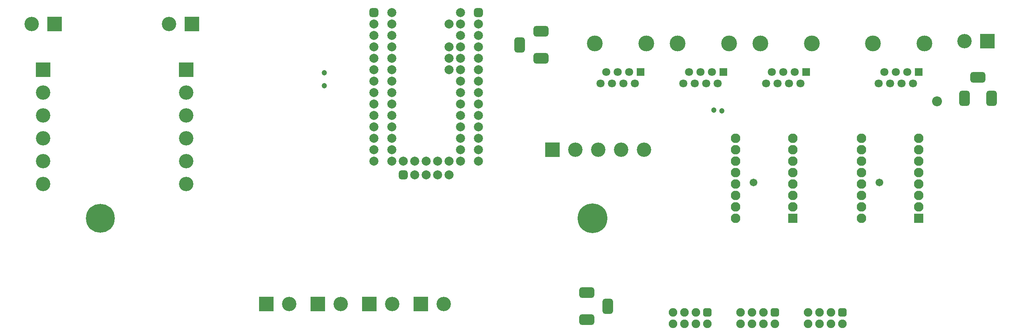
<source format=gbr>
%TF.GenerationSoftware,Altium Limited,Altium Designer,25.8.1 (18)*%
G04 Layer_Color=16711935*
%FSLAX45Y45*%
%MOMM*%
%TF.SameCoordinates,54162AFE-A5A8-4166-B9B9-F60AE772EB98*%
%TF.FilePolarity,Negative*%
%TF.FileFunction,Soldermask,Bot*%
%TF.Part,Single*%
G01*
G75*
%TA.AperFunction,ComponentPad*%
%ADD42C,2.00320*%
G04:AMPARAMS|DCode=43|XSize=2.0032mm|YSize=2.0032mm|CornerRadius=0.5516mm|HoleSize=0mm|Usage=FLASHONLY|Rotation=0.000|XOffset=0mm|YOffset=0mm|HoleType=Round|Shape=RoundedRectangle|*
%AMROUNDEDRECTD43*
21,1,2.00320,0.90000,0,0,0.0*
21,1,0.90000,2.00320,0,0,0.0*
1,1,1.10320,0.45000,-0.45000*
1,1,1.10320,-0.45000,-0.45000*
1,1,1.10320,-0.45000,0.45000*
1,1,1.10320,0.45000,0.45000*
%
%ADD43ROUNDEDRECTD43*%
%ADD44C,3.50320*%
%ADD45R,1.80320X1.80320*%
%ADD46C,1.80320*%
G04:AMPARAMS|DCode=47|XSize=1.9032mm|YSize=1.9032mm|CornerRadius=0.5266mm|HoleSize=0mm|Usage=FLASHONLY|Rotation=270.000|XOffset=0mm|YOffset=0mm|HoleType=Round|Shape=RoundedRectangle|*
%AMROUNDEDRECTD47*
21,1,1.90320,0.85000,0,0,270.0*
21,1,0.85000,1.90320,0,0,270.0*
1,1,1.05320,-0.42500,-0.42500*
1,1,1.05320,-0.42500,0.42500*
1,1,1.05320,0.42500,0.42500*
1,1,1.05320,0.42500,-0.42500*
%
%ADD47ROUNDEDRECTD47*%
%ADD48C,1.90320*%
G04:AMPARAMS|DCode=49|XSize=2.0032mm|YSize=2.0032mm|CornerRadius=0.5516mm|HoleSize=0mm|Usage=FLASHONLY|Rotation=90.000|XOffset=0mm|YOffset=0mm|HoleType=Round|Shape=RoundedRectangle|*
%AMROUNDEDRECTD49*
21,1,2.00320,0.90000,0,0,90.0*
21,1,0.90000,2.00320,0,0,90.0*
1,1,1.10320,0.45000,0.45000*
1,1,1.10320,0.45000,-0.45000*
1,1,1.10320,-0.45000,-0.45000*
1,1,1.10320,-0.45000,0.45000*
%
%ADD49ROUNDEDRECTD49*%
G04:AMPARAMS|DCode=50|XSize=3.4032mm|YSize=2.4032mm|CornerRadius=0.6516mm|HoleSize=0mm|Usage=FLASHONLY|Rotation=270.000|XOffset=0mm|YOffset=0mm|HoleType=Round|Shape=RoundedRectangle|*
%AMROUNDEDRECTD50*
21,1,3.40320,1.10000,0,0,270.0*
21,1,2.10000,2.40320,0,0,270.0*
1,1,1.30320,-0.55000,-1.05000*
1,1,1.30320,-0.55000,1.05000*
1,1,1.30320,0.55000,1.05000*
1,1,1.30320,0.55000,-1.05000*
%
%ADD50ROUNDEDRECTD50*%
G04:AMPARAMS|DCode=51|XSize=3.4032mm|YSize=2.4032mm|CornerRadius=0.6516mm|HoleSize=0mm|Usage=FLASHONLY|Rotation=180.000|XOffset=0mm|YOffset=0mm|HoleType=Round|Shape=RoundedRectangle|*
%AMROUNDEDRECTD51*
21,1,3.40320,1.10000,0,0,180.0*
21,1,2.10000,2.40320,0,0,180.0*
1,1,1.30320,-1.05000,0.55000*
1,1,1.30320,1.05000,0.55000*
1,1,1.30320,1.05000,-0.55000*
1,1,1.30320,-1.05000,-0.55000*
%
%ADD51ROUNDEDRECTD51*%
%ADD52R,3.20320X3.20320*%
%ADD53C,3.20320*%
%ADD54R,3.20320X3.20320*%
%ADD55R,2.10320X2.10320*%
%ADD56C,2.10320*%
%TA.AperFunction,ViaPad*%
%ADD57C,1.20320*%
%ADD58C,1.70320*%
%ADD59C,2.20320*%
%ADD60C,6.60320*%
%ADD61C,6.40320*%
D42*
X10424000Y9111000D02*
D03*
Y9365000D02*
D03*
Y9619000D02*
D03*
Y8095000D02*
D03*
Y8349000D02*
D03*
Y8603000D02*
D03*
Y8857000D02*
D03*
Y7079000D02*
D03*
Y7333000D02*
D03*
Y7587000D02*
D03*
Y7841000D02*
D03*
Y6571000D02*
D03*
Y6825000D02*
D03*
X8100000D02*
D03*
Y6571000D02*
D03*
Y7841000D02*
D03*
Y7587000D02*
D03*
Y7333000D02*
D03*
Y7079000D02*
D03*
Y8857000D02*
D03*
Y8603000D02*
D03*
Y8349000D02*
D03*
Y8095000D02*
D03*
Y9619000D02*
D03*
Y9365000D02*
D03*
Y9111000D02*
D03*
X9770000Y6271000D02*
D03*
X9008000D02*
D03*
X9262000D02*
D03*
X9516000D02*
D03*
X8500000Y9873000D02*
D03*
Y9619000D02*
D03*
Y9365000D02*
D03*
Y9111000D02*
D03*
Y8857000D02*
D03*
Y8603000D02*
D03*
Y8349000D02*
D03*
Y8095000D02*
D03*
Y7841000D02*
D03*
Y7587000D02*
D03*
Y7333000D02*
D03*
Y7079000D02*
D03*
Y6825000D02*
D03*
Y6571000D02*
D03*
X8754000D02*
D03*
X9008000D02*
D03*
X9262000D02*
D03*
X9516000D02*
D03*
X9770000D02*
D03*
X10024000D02*
D03*
Y6825000D02*
D03*
Y7079000D02*
D03*
Y7333000D02*
D03*
Y7587000D02*
D03*
Y7841000D02*
D03*
Y8095000D02*
D03*
Y8349000D02*
D03*
Y8603000D02*
D03*
Y8857000D02*
D03*
Y9111000D02*
D03*
Y9365000D02*
D03*
Y9619000D02*
D03*
Y9873000D02*
D03*
X9770000Y9619000D02*
D03*
Y9111000D02*
D03*
Y8857000D02*
D03*
Y8603000D02*
D03*
D43*
X10424000Y9873000D02*
D03*
X8100000D02*
D03*
D44*
X15985600Y9189000D02*
D03*
X14842599D02*
D03*
X16677600Y9189000D02*
D03*
X17820599D02*
D03*
X13007600D02*
D03*
X14150600D02*
D03*
X19177600Y9189000D02*
D03*
X20320599D02*
D03*
D45*
X15858600Y8554000D02*
D03*
X17693600Y8554000D02*
D03*
X14023599D02*
D03*
X20193600Y8554000D02*
D03*
D46*
X15604601D02*
D03*
X15350600D02*
D03*
X15096600D02*
D03*
X15731599Y8300000D02*
D03*
X15477600D02*
D03*
X15223599D02*
D03*
X14969600D02*
D03*
X16804601Y8300000D02*
D03*
X17058600D02*
D03*
X17312601D02*
D03*
X17566600D02*
D03*
X16931599Y8554000D02*
D03*
X17185600D02*
D03*
X17439600D02*
D03*
X13134599Y8300000D02*
D03*
X13388600D02*
D03*
X13642599D02*
D03*
X13896600D02*
D03*
X13261600Y8554000D02*
D03*
X13515601D02*
D03*
X13769600D02*
D03*
X19304601Y8300000D02*
D03*
X19558600D02*
D03*
X19812601D02*
D03*
X20066600D02*
D03*
X19431599Y8554000D02*
D03*
X19685600D02*
D03*
X19939600D02*
D03*
D47*
X18500000Y3215000D02*
D03*
X17000000D02*
D03*
X15500000D02*
D03*
D48*
X18246001D02*
D03*
X18500000Y2961000D02*
D03*
X18246001D02*
D03*
X17992000Y3215000D02*
D03*
Y2961000D02*
D03*
X17738000Y3215000D02*
D03*
Y2961000D02*
D03*
X16238000D02*
D03*
Y3215000D02*
D03*
X16492000Y2961000D02*
D03*
Y3215000D02*
D03*
X16746001Y2961000D02*
D03*
X17000000D02*
D03*
X16746001Y3215000D02*
D03*
X14738000Y2961000D02*
D03*
Y3215000D02*
D03*
X14992000Y2961000D02*
D03*
Y3215000D02*
D03*
X15246001Y2961000D02*
D03*
X15500000D02*
D03*
X15246001Y3215000D02*
D03*
D49*
X8754000Y6271000D02*
D03*
D50*
X11341090Y9157000D02*
D03*
X21809090Y7968000D02*
D03*
X21209090D02*
D03*
X13297090Y3350000D02*
D03*
D51*
X11811090Y9457000D02*
D03*
Y8857000D02*
D03*
X21509090Y8438000D02*
D03*
X12827090Y3050000D02*
D03*
Y3650000D02*
D03*
D52*
X4064090Y9619000D02*
D03*
X1016000D02*
D03*
X21717090Y9238000D02*
D03*
X5715090Y3396000D02*
D03*
X9144090D02*
D03*
X8001090D02*
D03*
X6858090D02*
D03*
X12065090Y6825000D02*
D03*
D53*
X3556090Y9619000D02*
D03*
X508000D02*
D03*
X21209090Y9238000D02*
D03*
X6223090Y3396000D02*
D03*
X9652090D02*
D03*
X8509090D02*
D03*
X7366090D02*
D03*
X762090Y7079000D02*
D03*
Y7587000D02*
D03*
Y8095000D02*
D03*
Y6571000D02*
D03*
Y6063000D02*
D03*
X3937090Y7079000D02*
D03*
Y7587000D02*
D03*
Y8095000D02*
D03*
Y6571000D02*
D03*
Y6063000D02*
D03*
X13589090Y6825000D02*
D03*
X13081090D02*
D03*
X12573090D02*
D03*
X14097090D02*
D03*
D54*
X762090Y8603000D02*
D03*
X3937090D02*
D03*
D55*
X17399091Y5301000D02*
D03*
X20193089D02*
D03*
D56*
X17399091Y5555000D02*
D03*
Y5809000D02*
D03*
Y6063000D02*
D03*
Y6317000D02*
D03*
Y6571000D02*
D03*
Y6825000D02*
D03*
Y7079000D02*
D03*
X16129089Y5301000D02*
D03*
Y5555000D02*
D03*
Y5809000D02*
D03*
Y6063000D02*
D03*
Y6317000D02*
D03*
Y6571000D02*
D03*
Y6825000D02*
D03*
Y7079000D02*
D03*
X20193089Y5555000D02*
D03*
Y5809000D02*
D03*
Y6063000D02*
D03*
Y6317000D02*
D03*
Y6571000D02*
D03*
Y6825000D02*
D03*
Y7079000D02*
D03*
X18923090Y5301000D02*
D03*
Y5555000D02*
D03*
Y5809000D02*
D03*
Y6063000D02*
D03*
Y6317000D02*
D03*
Y6571000D02*
D03*
Y6825000D02*
D03*
Y7079000D02*
D03*
D57*
X15650000Y7710000D02*
D03*
X15822501Y7692500D02*
D03*
X7000000Y8250000D02*
D03*
Y8538376D02*
D03*
D58*
X16529100Y6100000D02*
D03*
X19323100D02*
D03*
D59*
X20600000Y7900000D02*
D03*
D60*
X12954100Y5301000D02*
D03*
D61*
X2032100D02*
D03*
%TF.MD5,f76bcf7ff098bbaa63386a1719e242e1*%
M02*

</source>
